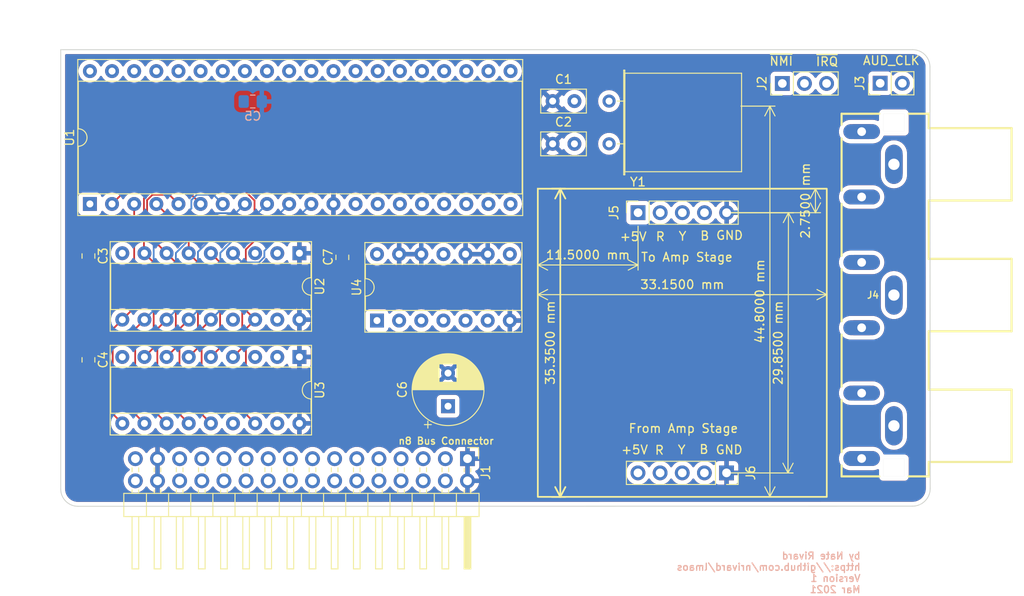
<source format=kicad_pcb>
(kicad_pcb (version 20211014) (generator pcbnew)
  (layers (0 "F.Cu" signal) (31 "B.Cu" signal) (34 "B.Paste" user) (35 "F.Paste" user) (36 "B.SilkS" user "B.Silkscreen") (37 "F.SilkS" user "F.Silkscreen") (38 "B.Mask" user) (39 "F.Mask" user) (44 "Edge.Cuts" user))
  (net 0 "")
  (net 1 "+5V")
  (net 2 "GND")
  (net 5 "D7")
  (net 7 "D6")
  (net 8 "D5")
  (net 10 "D4")
  (net 12 "D3")
  (net 14 "~{CS}")
  (net 15 "D2")
  (net 16 "R~{W}")
  (net 18 "D1")
  (net 19 "~{IRQ}")
  (net 20 "~{RES}")
  (net 21 "~{NMI}")
  (net 23 "D0")
  (net 24 "~{WRITE}")
  (net 25 "~{READ}")
  (net 26 "A0")
  (net 27 "~{INT}")
  (net 28 "~{RAS}")
  (net 29 "~{CAS}")
  (net 30 "Net-(C1-Pad2)")
  (net 31 "Net-(C2-Pad2)")
  (net 33 "/R-Y_{out}")
  (net 35 "/B-Y_{out}")
  (net 37 "Net-(U2-Pad10)")
  (net 38 "~{CSW}")
  (net 39 "~{CSR}")
  (net 40 "RD7")
  (net 41 "RD6")
  (net 42 "RD5")
  (net 43 "RD4")
  (net 44 "RD3")
  (net 45 "RD2")
  (net 46 "RD1")
  (net 47 "RD0")
  (net 48 "B-Y")
  (net 49 "Y")
  (net 50 "R-Y")
  (net 51 "Net-(U2-Pad6)")
  (net 52 "Net-(U2-Pad7)")
  (net 53 "Net-(U2-Pad8)")
  (net 54 "Net-(U2-Pad11)")
  (net 55 "Net-(U2-Pad12)")
  (net 56 "Net-(U2-Pad13)")
  (net 57 "Net-(U2-Pad14)")
  (net 58 "/Y_{out}")
  (net 61 "AUDIO_CLK_{OUT}")
  (net 62 "AUDIO_CLK_{IN}")
  (footprint "Connector_PinHeader_2.54mm:PinHeader_2x16_P2.54mm_Horizontal" (layer "F.Cu") (at 147.2311 112.522 -90)
    (fp_text reference "J1")
    (fp_text value "n8 Bus Connector")
  )
  (footprint "Package_DIP:DIP-18_W7.62mm_Socket" (layer "F.Cu") (at 127.95 100.85 -90)
    (fp_text reference "U3")
    (fp_text value "TMS4416")
  )
  (footprint "Capacitor_SMD:C_0805_2012Metric_Pad1.18x1.45mm_HandSolder" (layer "F.Cu") (at 103.7464 89.2702 -90)
    (fp_text reference "C3")
    (fp_text value "100nF")
  )
  (footprint "Package_DIP:DIP-14_W7.62mm_Socket" (layer "F.Cu") (at 136.85 96.675 90)
    (fp_text reference "U4")
    (fp_text value "74LS32")
  )
  (footprint "Package_DIP:DIP-18_W7.62mm_Socket" (layer "F.Cu") (at 127.95 88.95 -90)
    (fp_text reference "U2")
    (fp_text value "TMS4416")
  )
  (footprint "Connector_PinHeader_2.54mm:PinHeader_1x03_P2.54mm_Vertical" (layer "F.Cu") (at 183.35 69.475 90)
    (fp_text reference "J2")
    (fp_text value "IRQ_SEL")
  )
  (footprint "PJRAN3X1U03X:PJRAN3X1U01X" (layer "F.Cu") (at 193.75 93.75 180)
    (fp_text reference "J4")
    (fp_text value "PJRAN3X1U03X")
    (fp_line (start -1.201 20.8) (end -3.599 20.8) (layer "Edge.Cuts") (width 0.01))
    (fp_line (start -3.599 -20.8) (end -1.201 -20.8) (layer "Edge.Cuts") (width 0.01))
    (fp_line (start -1.201 -18.799) (end -3.599 -18.799) (layer "Edge.Cuts") (width 0.01))
    (fp_line (start -1.201 18.799) (end -1.201 20.8) (layer "Edge.Cuts") (width 0.01))
    (fp_line (start -3.599 18.799) (end -1.201 18.799) (layer "Edge.Cuts") (width 0.01))
    (fp_line (start -1.201 -20.8) (end -1.201 -18.799) (layer "Edge.Cuts") (width 0.01))
    (fp_line (start -3.599 -18.799) (end -3.599 -20.8) (layer "Edge.Cuts") (width 0.01))
    (fp_line (start -3.599 20.8) (end -3.599 18.799) (layer "Edge.Cuts") (width 0.01))
  )
  (footprint "Capacitor_SMD:C_0805_2012Metric_Pad1.18x1.45mm_HandSolder" (layer "F.Cu") (at 132.875 89.425 -90)
    (fp_text reference "C7")
    (fp_text value "100nF")
  )
  (footprint "Capacitor_SMD:C_0805_2012Metric_Pad1.18x1.45mm_HandSolder" (layer "F.Cu") (at 103.7464 101.1828 -90)
    (fp_text reference "C4")
    (fp_text value "100nF")
  )
  (footprint "Connector_PinSocket_2.54mm:PinSocket_1x05_P2.54mm_Vertical" (layer "F.Cu") (at 176.95 114.15 -90)
    (fp_text reference "J6")
    (fp_text value "FROM_AMP")
  )
  (footprint "Connector_PinHeader_2.54mm:PinHeader_1x02_P2.54mm_Vertical" (layer "F.Cu") (at 194.575 69.45 90)
    (fp_text reference "J3")
    (fp_text value "AUDIO_CLK")
  )
  (footprint "Capacitor_THT:CP_Radial_D8.0mm_P3.80mm" (layer "F.Cu") (at 145 106.5027 90)
    (fp_text reference "C6")
    (fp_text value "470uF")
  )
  (footprint "Crystal:Crystal_HC49-U_Horizontal" (layer "F.Cu") (at 163.475 76.4 90)
    (fp_text reference "Y1")
    (fp_text value "10.738635Mhz")
  )
  (footprint "Capacitor_THT:C_Disc_D5.0mm_W2.5mm_P2.50mm" (layer "F.Cu") (at 157 76.4)
    (fp_text reference "C2")
    (fp_text value "22pf")
  )
  (footprint "Capacitor_THT:C_Disc_D5.0mm_W2.5mm_P2.50mm" (layer "F.Cu") (at 157 71.5)
    (fp_text reference "C1")
    (fp_text value "22pf")
  )
  (footprint "Package_DIP:DIP-40_W15.24mm_Socket" (layer "F.Cu") (at 103.913 83.2976 90)
    (fp_text reference "U1")
    (fp_text value "TMS9128")
  )
  (footprint "Connector_PinSocket_2.54mm:PinSocket_1x05_P2.54mm_Vertical" (layer "F.Cu") (at 166.8 84.3 90)
    (fp_text reference "J5")
    (fp_text value "TO_AMP")
  )
  (footprint "Capacitor_SMD:C_0805_2012Metric_Pad1.18x1.45mm_HandSolder" (layer "B.Cu") (at 122.5964 71.5452)
    (fp_text reference "C5")
    (fp_text value "100nF")
  )
  (gr_rect (start 155.3 81.55) (end 188.45 116.9) (layer "F.SilkS") (width 0.2) (fill none))
  (gr_line (start 200.283918 67.571605) (end 200.315359 115.936559) (layer "Edge.Cuts") (width 0.1))
  (gr_line (start 198.283359 117.968559) (end 102.550759 117.983) (layer "Edge.Cuts") (width 0.1))
  (gr_arc (start 200.315359 115.936559) (mid 199.7202 117.3734) (end 198.283359 117.968559) (layer "Edge.Cuts") (width 0.1))
  (gr_line (start 100.56703 65.6) (end 198.300189 65.599551) (layer "Edge.Cuts") (width 0.1))
  (gr_line (start 100.56703 116.010946) (end 100.56703 65.6) (layer "Edge.Cuts") (width 0.1))
  (gr_arc (start 198.300189 65.599551) (mid 199.70011 66.175107) (end 200.283918 67.571605) (layer "Edge.Cuts") (width 0.1))
  (gr_arc (start 102.550759 117.983) (mid 101.150948 117.407551) (end 100.56703 116.010946) (layer "Edge.Cuts") (width 0.1))
  (gr_text "by Nate Rivard\nhttps://github.com/nrivard/lmaos\nVersion 1\nMar 2021" (at 192.4 125.6) (layer "B.SilkS") (effects (font (size 0.8 0.8)) (justify left mirror)))
  (gr_text "n8 Bus Connector" (at 144.78 110.49) (layer "F.SilkS") (effects (font (size 0.8 0.8))))
  (gr_text "From Amp Stage" (at 172 109.05) (layer "F.SilkS") (effects (font (size 1 1))))
  (gr_text "Y" (at 171.8 111.5) (layer "F.SilkS") (effects (font (size 1 1))))
  (gr_text "~{IRQ}" (at 188.475 66.975) (layer "F.SilkS") (effects (font (size 1 1))))
  (gr_text "+5V" (at 166.25 87.05) (layer "F.SilkS") (effects (font (size 1 1))))
  (gr_text "R" (at 169.25 111.55) (layer "F.SilkS") (effects (font (size 1 1))))
  (gr_text "GND" (at 177.25 111.5) (layer "F.SilkS") (effects (font (size 1 1))))
  (gr_text "To Amp Stage" (at 172.4 89.4) (layer "F.SilkS") (effects (font (size 1 1))))
  (gr_text "AUD_CLK" (at 195.85 66.85) (layer "F.SilkS") (effects (font (size 1 1))))
  (gr_text "B" (at 174.45 86.95) (layer "F.SilkS") (effects (font (size 1 1))))
  (gr_text "R" (at 169.35 87.05) (layer "F.SilkS") (effects (font (size 1 1))))
  (gr_text "B" (at 174.35 111.45) (layer "F.SilkS") (effects (font (size 1 1))))
  (gr_text "~{NMI}" (at 183.225 66.925) (layer "F.SilkS") (effects (font (size 1 1))))
  (gr_text "GND" (at 177.3 86.9) (layer "F.SilkS") (effects (font (size 1 1))))
  (gr_text "+5V" (at 166.4 111.5) (layer "F.SilkS") (effects (font (size 1 1))))
  (gr_text "Y" (at 171.9 87) (layer "F.SilkS") (effects (font (size 1 1))))
  (dimension (type aligned) (layer "F.SilkS") (pts (xy 155.3 93.25) (xy 188.45 93.25)) (height 0.45) (gr_text "33.1500 mm" (at 171.875 92.55) (layer "F.SilkS") (effects (font (size 1 1) (thickness 0.15)))) (format (units 3) (units_format 1) (precision 4)) (style (thickness 0.12) (arrow_length 1.27) (text_position_mode 0) (extension_height 0.58642) (extension_offset 0.5) keep_text_aligned))
  (dimension (type aligned) (layer "F.SilkS") (pts (xy 166.8 85.35) (xy 155.3 85.35)) (height -4.95) (gr_text "11.5000 mm" (at 161.05 89.15) (layer "F.SilkS") (effects (font (size 1 1) (thickness 0.15)))) (format (units 3) (units_format 1) (precision 4)) (style (thickness 0.12) (arrow_length 1.27) (text_position_mode 0) (extension_height 0.58642) (extension_offset 0.5) keep_text_aligned))
  (dimension (type aligned) (layer "F.SilkS") (pts (xy 176.45 81.55) (xy 176.45 84.3)) (height -10.7) (gr_text "2.7500 mm" (at 186 82.925 90) (layer "F.SilkS") (effects (font (size 1 1) (thickness 0.15)))) (format (units 3) (units_format 1) (precision 4)) (style (thickness 0.12) (arrow_length 1.27) (text_position_mode 0) (extension_height 0.58642) (extension_offset 0.5) keep_text_aligned))
  (dimension (type aligned) (layer "F.SilkS") (pts (xy 178.1 116.875) (xy 178.1 72.075)) (height 3.825) (gr_text "44.8000 mm" (at 180.775 94.475 90) (layer "F.SilkS") (effects (font (size 1 1) (thickness 0.15)))) (format (units 3) (units_format 1) (precision 4)) (style (thickness 0.12) (arrow_length 1.27) (text_position_mode 0) (extension_height 0.58642) (extension_offset 0.5) keep_text_aligned))
  (dimension (type aligned) (layer "F.SilkS") (pts (xy 176.9 114.15) (xy 176.95 84.3)) (height 7.100241) (gr_text "29.8500 mm" (at 182.875233 99.234967 89.90402726) (layer "F.SilkS") (effects (font (size 1 1) (thickness 0.15)))) (format (units 3) (units_format 1) (precision 4)) (style (thickness 0.12) (arrow_length 1.27) (text_position_mode 0) (extension_height 0.58642) (extension_offset 0.5) keep_text_aligned))
  (dimension (type aligned) (layer "F.SilkS") (pts (xy 156.4 81.55) (xy 156.4 116.9)) (height -1.477155) (gr_text "35.3500 mm" (at 156.727155 99.225 90) (layer "F.SilkS") (effects (font (size 1 1) (thickness 0.15)))) (format (units 3) (units_format 1) (precision 4)) (style (thickness 0.2) (arrow_length 1.27) (text_position_mode 0) (extension_height 0.58642) (extension_offset 0.5) keep_text_aligned))
  (segment (start 120.33 88.95) (end 121.389511 90.009511) (width 0.2) (layer "F.Cu") (net 16))
  (segment (start 121.389511 99.790489) (end 120.33 100.85) (width 0.2) (layer "F.Cu") (net 16))
  (segment (start 121.389511 90.009511) (end 121.389511 99.790489) (width 0.2) (layer "F.Cu") (net 16))
  (segment (start 129.313 83.2976) (end 123.929511 88.681089) (width 0.2) (layer "B.Cu") (net 16))
  (segment (start 123.308865 90.009511) (end 121.389511 90.009511) (width 0.2) (layer "B.Cu") (net 16))
  (segment (start 121.389511 90.009511) (end 120.33 88.95) (width 0.2) (layer "B.Cu") (net 16))
  (segment (start 123.929511 89.388865) (end 123.308865 90.009511) (width 0.2) (layer "B.Cu") (net 16))
  (segment (start 123.929511 88.681089) (end 123.929511 89.388865) (width 0.2) (layer "B.Cu") (net 16))
  (segment (start 117.79 88.95) (end 118.849511 90.009511) (width 0.2) (layer "F.Cu") (net 28))
  (segment (start 118.849511 90.009511) (end 118.849511 99.790489) (width 0.2) (layer "F.Cu") (net 28))
  (segment (start 118.849511 99.790489) (end 117.79 100.85) (width 0.2) (layer "F.Cu") (net 28))
  (segment (start 106.453 83.2976) (end 108.33512 81.41548) (width 0.2) (layer "F.Cu") (net 29))
  (segment (start 122.8 87.521624) (end 121.8 88.521624) (width 0.2) (layer "F.Cu") (net 29))
  (segment (start 121.309256 81.41548) (end 122.8 82.906224) (width 0.2) (layer "F.Cu") (net 29))
  (segment (start 108.33512 81.41548) (end 121.309256 81.41548) (width 0.2) (layer "F.Cu") (net 29))
  (segment (start 121.8 95.5) (end 122.87 96.57) (width 0.2) (layer "F.Cu") (net 29))
  (segment (start 121.810489 97.629511) (end 121.810489 107.410489) (width 0.2) (layer "F.Cu") (net 29))
  (segment (start 121.810489 107.410489) (end 122.87 108.47) (width 0.2) (layer "F.Cu") (net 29))
  (segment (start 121.8 88.521624) (end 121.8 95.5) (width 0.2) (layer "F.Cu") (net 29))
  (segment (start 122.8 82.906224) (end 122.8 87.521624) (width 0.2) (layer "F.Cu") (net 29))
  (segment (start 122.87 96.57) (end 121.810489 97.629511) (width 0.2) (layer "F.Cu") (net 29))
  (segment (start 106.530489 97.669511) (end 106.530489 107.370489) (width 0.2) (layer "F.Cu") (net 37))
  (segment (start 107.63 96.57) (end 106.530489 97.669511) (width 0.2) (layer "F.Cu") (net 37))
  (segment (start 108.993 83.2976) (end 108.993 95.207) (width 0.2) (layer "F.Cu") (net 37))
  (segment (start 106.530489 107.370489) (end 107.63 108.47) (width 0.2) (layer "F.Cu") (net 37))
  (segment (start 108.993 95.207) (end 107.63 96.57) (width 0.2) (layer "F.Cu") (net 37))
  (segment (start 115.25 88.95) (end 116.309511 90.009511) (width 0.2) (layer "F.Cu") (net 51))
  (segment (start 116.309511 99.790489) (end 115.25 100.85) (width 0.2) (layer "F.Cu") (net 51))
  (segment (start 116.309511 90.009511) (end 116.309511 99.790489) (width 0.2) (layer "F.Cu") (net 51))
  (segment (start 115.25 87.0146) (end 111.533 83.2976) (width 0.2) (layer "F.Cu") (net 51))
  (segment (start 115.25 88.95) (end 115.25 87.0146) (width 0.2) (layer "F.Cu") (net 51))
  (segment (start 112.71 88.95) (end 110.473489 86.713489) (width 0.2) (layer "F.Cu") (net 52))
  (segment (start 110.473489 82.858735) (end 111.094135 82.238089) (width 0.2) (layer "F.Cu") (net 52))
  (segment (start 110.473489 86.713489) (end 110.473489 82.858735) (width 0.2) (layer "F.Cu") (net 52))
  (segment (start 113.769511 90.009511) (end 113.769511 99.790489) (width 0.2) (layer "F.Cu") (net 52))
  (segment (start 113.769511 99.790489) (end 112.71 100.85) (width 0.2) (layer "F.Cu") (net 52))
  (segment (start 111.094135 82.238089) (end 113.013489 82.238089) (width 0.2) (layer "F.Cu") (net 52))
  (segment (start 112.71 88.95) (end 113.769511 90.009511) (width 0.2) (layer "F.Cu") (net 52))
  (segment (start 113.013489 82.238089) (end 114.073 83.2976) (width 0.2) (layer "F.Cu") (net 52))
  (segment (start 110.113969 88.893969) (end 110.113969 82.661031) (width 0.2) (layer "F.Cu") (net 53))
  (segment (start 111 81.775) (end 115.0904 81.775) (width 0.2) (layer "F.Cu") (net 53))
  (segment (start 115.0904 81.775) (end 116.613 83.2976) (width 0.2) (layer "F.Cu") (net 53))
  (segment (start 111.229511 90.009511) (end 111.229511 99.790489) (width 0.2) (layer "F.Cu") (net 53))
  (segment (start 110.17 88.95) (end 111.229511 90.009511) (width 0.2) (layer "F.Cu") (net 53))
  (segment (start 111.229511 99.790489) (end 110.17 100.85) (width 0.2) (layer "F.Cu") (net 53))
  (segment (start 110.17 88.95) (end 110.113969 88.893969) (width 0.2) (layer "F.Cu") (net 53))
  (segment (start 110.113969 82.661031) (end 111 81.775) (width 0.2) (layer "F.Cu") (net 53))
  (segment (start 110.17 96.57) (end 109.110489 97.629511) (width 0.2) (layer "F.Cu") (net 54))
  (segment (start 109.110489 97.629511) (end 109.110489 107.410489) (width 0.2) (layer "F.Cu") (net 54))
  (segment (start 109.110489 107.410489) (end 110.17 108.47) (width 0.2) (layer "F.Cu") (net 54))
  (segment (start 115.553489 83.821511) (end 111.229511 88.145489) (width 0.2) (layer "B.Cu") (net 54))
  (segment (start 118.093489 82.238089) (end 116.174135 82.238089) (width 0.2) (layer "B.Cu") (net 54))
  (segment (start 119.153 83.2976) (end 118.093489 82.238089) (width 0.2) (layer "B.Cu") (net 54))
  (segment (start 111.229511 95.510489) (end 110.17 96.57) (width 0.2) (layer "B.Cu") (net 54))
  (segment (start 116.174135 82.238089) (end 115.553489 82.858735) (width 0.2) (layer "B.Cu") (net 54))
  (segment (start 111.229511 88.145489) (end 111.229511 95.510489) (width 0.2) (layer "B.Cu") (net 54))
  (segment (start 115.553489 82.858735) (end 115.553489 83.821511) (width 0.2) (layer "B.Cu") (net 54))
  (segment (start 111.650489 107.410489) (end 112.71 108.47) (width 0.2) (layer "F.Cu") (net 55))
  (segment (start 111.650489 97.629511) (end 111.650489 107.410489) (width 0.2) (layer "F.Cu") (net 55))
  (segment (start 112.71 96.57) (end 111.650489 97.629511) (width 0.2) (layer "F.Cu") (net 55))
  (segment (start 118.344513 84.357111) (end 113.775 88.926624) (width 0.2) (layer "B.Cu") (net 55))
  (segment (start 121.693 83.2976) (end 120.633489 84.357111) (width 0.2) (layer "B.Cu") (net 55))
  (segment (start 113.775 88.926624) (end 113.775 95.505) (width 0.2) (layer "B.Cu") (net 55))
  (segment (start 113.775 95.505) (end 112.71 96.57) (width 0.2) (layer "B.Cu") (net 55))
  (segment (start 120.633489 84.357111) (end 118.344513 84.357111) (width 0.2) (layer "B.Cu") (net 55))
  (segment (start 114.190489 97.629511) (end 114.190489 107.410489) (width 0.2) (layer "F.Cu") (net 56))
  (segment (start 114.190489 107.410489) (end 115.25 108.47) (width 0.2) (layer "F.Cu") (net 56))
  (segment (start 115.25 96.57) (end 114.190489 97.629511) (width 0.2) (layer "F.Cu") (net 56))
  (segment (start 116.309511 88.790489) (end 116.309511 95.510489) (width 0.2) (layer "B.Cu") (net 56))
  (segment (start 124.233 83.2976) (end 122.813969 84.716631) (width 0.2) (layer "B.Cu") (net 56))
  (segment (start 122.813969 84.716631) (end 120.383369 84.716631) (width 0.2) (layer "B.Cu") (net 56))
  (segment (start 116.309511 95.510489) (end 115.25 96.57) (width 0.2) (layer "B.Cu") (net 56))
  (segment (start 120.383369 84.716631) (end 116.309511 88.790489) (width 0.2) (layer "B.Cu") (net 56))
  (segment (start 116.730489 97.629511) (end 116.730489 107.410489) (width 0.2) (layer "F.Cu") (net 57))
  (segment (start 117.79 96.57) (end 116.730489 97.629511) (width 0.2) (layer "F.Cu") (net 57))
  (segment (start 116.730489 107.410489) (end 117.79 108.47) (width 0.2) (layer "F.Cu") (net 57))
  (segment (start 118.875 88.906624) (end 118.875 95.485) (width 0.2) (layer "B.Cu") (net 57))
  (segment (start 122.705473 85.076151) (end 118.875 88.906624) (width 0.2) (layer "B.Cu") (net 57))
  (segment (start 118.875 95.485) (end 117.79 96.57) (width 0.2) (layer "B.Cu") (net 57))
  (segment (start 124.994449 85.076151) (end 122.705473 85.076151) (width 0.2) (layer "B.Cu") (net 57))
  (segment (start 126.773 83.2976) (end 124.994449 85.076151) (width 0.2) (layer "B.Cu") (net 57))
  (zone (net 2) (net_name "GND") (layer "F.Cu") (connect_pads (clearance 0.508)) (min_thickness 0.254) (fill yes (thermal_gap 0.508) (thermal_bridge_width 0.508))
    (polygon (pts (xy 209.7 123.8) (xy 95.9 119.8) (xy 96.8 61.6) (xy 209.7 61.4)))
  )
  (zone (net 2) (net_name "GND") (layer "B.Cu") (connect_pads (clearance 0.508)) (min_thickness 0.254) (fill yes (thermal_gap 0.508) (thermal_bridge_width 0.508))
    (polygon (pts (xy 211.1 60.7) (xy 211.1 125.4) (xy 93.6 121.6) (xy 95.1 59.9)))
  )
)
</source>
